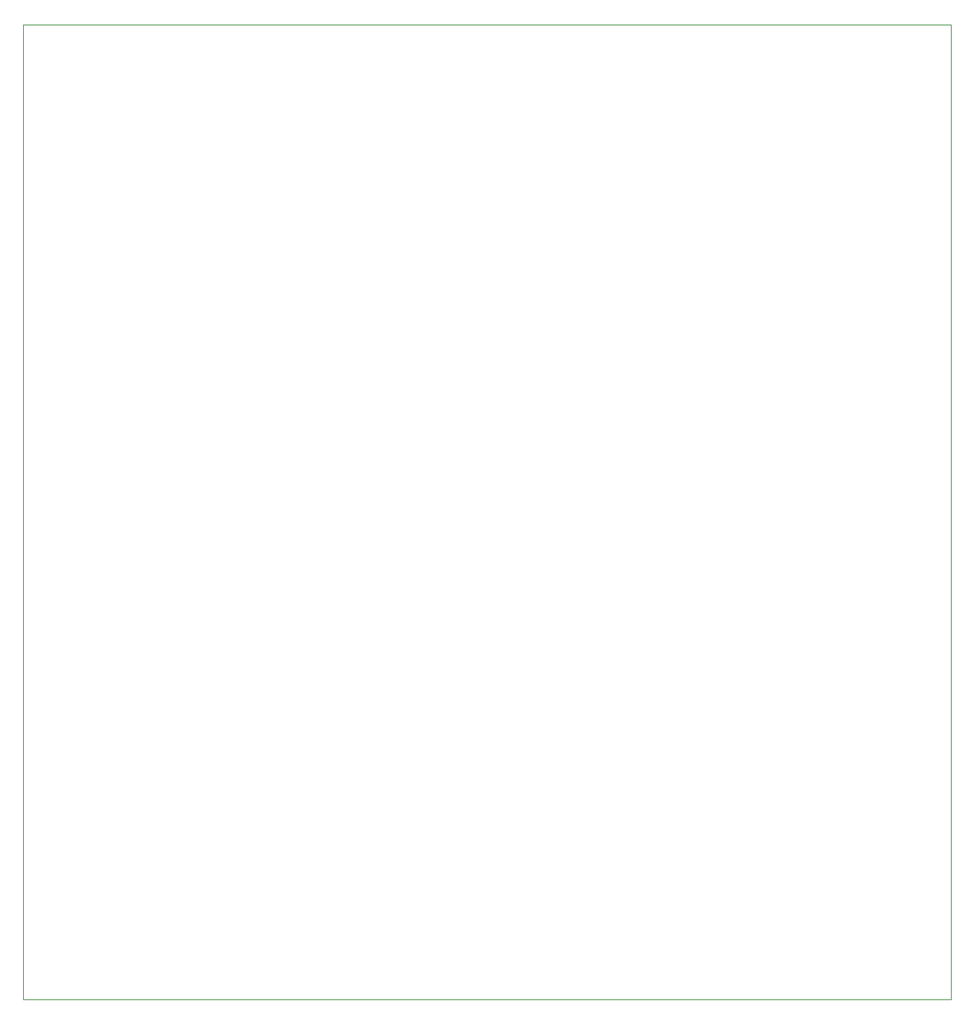
<source format=gbr>
%TF.GenerationSoftware,KiCad,Pcbnew,9.0.7-9.0.7~ubuntu24.04.1*%
%TF.CreationDate,2026-01-30T18:11:10-03:00*%
%TF.ProjectId,Main board,4d61696e-2062-46f6-9172-642e6b696361,1*%
%TF.SameCoordinates,Original*%
%TF.FileFunction,Profile,NP*%
%FSLAX46Y46*%
G04 Gerber Fmt 4.6, Leading zero omitted, Abs format (unit mm)*
G04 Created by KiCad (PCBNEW 9.0.7-9.0.7~ubuntu24.04.1) date 2026-01-30 18:11:10*
%MOMM*%
%LPD*%
G01*
G04 APERTURE LIST*
%TA.AperFunction,Profile*%
%ADD10C,0.050000*%
%TD*%
G04 APERTURE END LIST*
D10*
X22188750Y-35425000D02*
X127545000Y-35425000D01*
X127545000Y-146125000D01*
X22188750Y-146125000D01*
X22188750Y-35425000D01*
M02*

</source>
